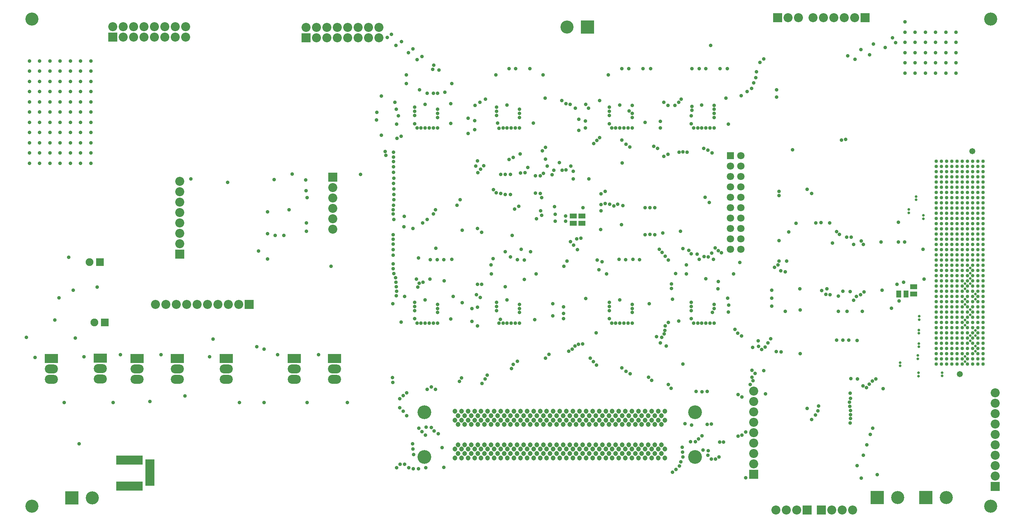
<source format=gbs>
G04 Layer_Color=16711935*
%FSLAX43Y43*%
%MOMM*%
G71*
G01*
G75*
%ADD67R,1.203X1.703*%
%ADD71R,1.703X1.203*%
%ADD80C,3.353*%
%ADD81C,1.203*%
%ADD82C,1.473*%
%ADD83C,2.203*%
%ADD84R,2.203X2.203*%
%ADD85R,2.203X2.203*%
%ADD86O,3.203X2.203*%
%ADD87R,3.203X2.203*%
%ADD88C,3.203*%
%ADD89R,3.203X3.203*%
%ADD90C,1.803*%
%ADD91R,1.803X1.803*%
%ADD92R,1.903X1.903*%
%ADD93C,1.903*%
%ADD94R,6.403X2.203*%
%ADD95R,2.203X6.403*%
%ADD96C,0.903*%
%ADD97C,0.653*%
%ADD98C,0.843*%
D67*
X224500Y54825D02*
D03*
X226300D02*
D03*
D71*
X228200Y56625D02*
D03*
Y54825D02*
D03*
X147225Y73900D02*
D03*
Y72100D02*
D03*
X145075Y73900D02*
D03*
Y72100D02*
D03*
D80*
X108825Y26025D02*
D03*
X174825Y15025D02*
D03*
Y26025D02*
D03*
X108825Y15025D02*
D03*
D81*
X117825Y14825D02*
D03*
X119425D02*
D03*
X121025D02*
D03*
X122625D02*
D03*
X124225D02*
D03*
X125825D02*
D03*
X127425D02*
D03*
X129025D02*
D03*
X130625D02*
D03*
X132225D02*
D03*
X133825D02*
D03*
X135425D02*
D03*
X137025D02*
D03*
X138625D02*
D03*
X140225D02*
D03*
X141825D02*
D03*
X143425D02*
D03*
X145025D02*
D03*
X146625D02*
D03*
X148225D02*
D03*
X149825D02*
D03*
X151425D02*
D03*
X153025D02*
D03*
X154625D02*
D03*
X156225D02*
D03*
X157825D02*
D03*
X159425D02*
D03*
X161025D02*
D03*
X162625D02*
D03*
X164225D02*
D03*
X165825D02*
D03*
X167425D02*
D03*
X116225D02*
D03*
X118625Y15875D02*
D03*
X120225D02*
D03*
X121825D02*
D03*
X123425D02*
D03*
X125025D02*
D03*
X126625D02*
D03*
X128225D02*
D03*
X129825D02*
D03*
X131425D02*
D03*
X133025D02*
D03*
X134625D02*
D03*
X136225D02*
D03*
X137825D02*
D03*
X139425D02*
D03*
X141025D02*
D03*
X142625D02*
D03*
X144225D02*
D03*
X145825D02*
D03*
X147425D02*
D03*
X149025D02*
D03*
X150625D02*
D03*
X152225D02*
D03*
X153825D02*
D03*
X155425D02*
D03*
X157025D02*
D03*
X158625D02*
D03*
X160225D02*
D03*
X161825D02*
D03*
X163425D02*
D03*
X165025D02*
D03*
X166625D02*
D03*
X116225Y16975D02*
D03*
X117025Y15875D02*
D03*
X167425Y16975D02*
D03*
X165825D02*
D03*
X164225D02*
D03*
X162625D02*
D03*
X161025D02*
D03*
X159425D02*
D03*
X157825D02*
D03*
X156225D02*
D03*
X154625D02*
D03*
X153025D02*
D03*
X151425D02*
D03*
X149825D02*
D03*
X148225D02*
D03*
X146625D02*
D03*
X145025D02*
D03*
X143425D02*
D03*
X141825D02*
D03*
X140225D02*
D03*
X138625D02*
D03*
X137025D02*
D03*
X135425D02*
D03*
X133825D02*
D03*
X132225D02*
D03*
X130625D02*
D03*
X129025D02*
D03*
X127425D02*
D03*
X125825D02*
D03*
X124225D02*
D03*
X122625D02*
D03*
X121025D02*
D03*
X119425D02*
D03*
X117825D02*
D03*
X117025Y18025D02*
D03*
X166625D02*
D03*
X165025D02*
D03*
X163425D02*
D03*
X161825D02*
D03*
X160225D02*
D03*
X158625D02*
D03*
X157025D02*
D03*
X155425D02*
D03*
X153825D02*
D03*
X152225D02*
D03*
X150625D02*
D03*
X149025D02*
D03*
X147425D02*
D03*
X145825D02*
D03*
X144225D02*
D03*
X142625D02*
D03*
X141025D02*
D03*
X139425D02*
D03*
X137825D02*
D03*
X136225D02*
D03*
X134625D02*
D03*
X133025D02*
D03*
X131425D02*
D03*
X129825D02*
D03*
X128225D02*
D03*
X126625D02*
D03*
X125025D02*
D03*
X123425D02*
D03*
X121825D02*
D03*
X120225D02*
D03*
X118625D02*
D03*
Y23025D02*
D03*
X120225D02*
D03*
X121825D02*
D03*
X123425D02*
D03*
X125025D02*
D03*
X126625D02*
D03*
X128225D02*
D03*
X129825D02*
D03*
X131425D02*
D03*
X133025D02*
D03*
X134625D02*
D03*
X136225D02*
D03*
X137825D02*
D03*
X139425D02*
D03*
X141025D02*
D03*
X142625D02*
D03*
X144225D02*
D03*
X145825D02*
D03*
X147425D02*
D03*
X149025D02*
D03*
X150625D02*
D03*
X152225D02*
D03*
X153825D02*
D03*
X155425D02*
D03*
X157025D02*
D03*
X158625D02*
D03*
X160225D02*
D03*
X161825D02*
D03*
X163425D02*
D03*
X165025D02*
D03*
X166625D02*
D03*
X117025D02*
D03*
X117825Y24075D02*
D03*
X119425D02*
D03*
X121025D02*
D03*
X122625D02*
D03*
X124225D02*
D03*
X125825D02*
D03*
X127425D02*
D03*
X129025D02*
D03*
X130625D02*
D03*
X132225D02*
D03*
X133825D02*
D03*
X135425D02*
D03*
X137025D02*
D03*
X138625D02*
D03*
X140225D02*
D03*
X141825D02*
D03*
X143425D02*
D03*
X145025D02*
D03*
X146625D02*
D03*
X148225D02*
D03*
X149825D02*
D03*
X151425D02*
D03*
X153025D02*
D03*
X154625D02*
D03*
X156225D02*
D03*
X157825D02*
D03*
X159425D02*
D03*
X161025D02*
D03*
X162625D02*
D03*
X164225D02*
D03*
X165825D02*
D03*
X167425D02*
D03*
X117025Y25175D02*
D03*
X116225Y24075D02*
D03*
X166625Y25175D02*
D03*
X165025D02*
D03*
X163425D02*
D03*
X161825D02*
D03*
X160225D02*
D03*
X158625D02*
D03*
X157025D02*
D03*
X155425D02*
D03*
X153825D02*
D03*
X152225D02*
D03*
X150625D02*
D03*
X149025D02*
D03*
X147425D02*
D03*
X145825D02*
D03*
X144225D02*
D03*
X142625D02*
D03*
X141025D02*
D03*
X139425D02*
D03*
X137825D02*
D03*
X136225D02*
D03*
X134625D02*
D03*
X133025D02*
D03*
X131425D02*
D03*
X129825D02*
D03*
X128225D02*
D03*
X126625D02*
D03*
X125025D02*
D03*
X123425D02*
D03*
X121825D02*
D03*
X120225D02*
D03*
X118625D02*
D03*
X116225Y26225D02*
D03*
X167425D02*
D03*
X165825D02*
D03*
X164225D02*
D03*
X162625D02*
D03*
X161025D02*
D03*
X159425D02*
D03*
X157825D02*
D03*
X156225D02*
D03*
X154625D02*
D03*
X153025D02*
D03*
X151425D02*
D03*
X149825D02*
D03*
X148225D02*
D03*
X146625D02*
D03*
X145025D02*
D03*
X143425D02*
D03*
X141825D02*
D03*
X140225D02*
D03*
X138625D02*
D03*
X137025D02*
D03*
X135425D02*
D03*
X133825D02*
D03*
X132225D02*
D03*
X130625D02*
D03*
X129025D02*
D03*
X127425D02*
D03*
X125825D02*
D03*
X124225D02*
D03*
X122625D02*
D03*
X121025D02*
D03*
X119425D02*
D03*
X117825D02*
D03*
D82*
X242475Y89696D02*
D03*
X239425Y35314D02*
D03*
D83*
X50521Y120150D02*
D03*
Y117610D02*
D03*
X47981Y120150D02*
D03*
Y117610D02*
D03*
X45441Y120150D02*
D03*
Y117610D02*
D03*
X32741Y120150D02*
D03*
X35281Y117610D02*
D03*
Y120150D02*
D03*
X37821Y117610D02*
D03*
Y120150D02*
D03*
X40361Y117610D02*
D03*
Y120150D02*
D03*
X42901Y117610D02*
D03*
Y120150D02*
D03*
X90111Y119975D02*
D03*
Y117435D02*
D03*
X87571Y119975D02*
D03*
Y117435D02*
D03*
X85031Y119975D02*
D03*
Y117435D02*
D03*
X82491Y119975D02*
D03*
Y117435D02*
D03*
X79951Y119975D02*
D03*
X92651Y117435D02*
D03*
Y119975D02*
D03*
X95191Y117435D02*
D03*
Y119975D02*
D03*
X97731Y117435D02*
D03*
Y119975D02*
D03*
X189175Y13370D02*
D03*
Y31150D02*
D03*
Y28610D02*
D03*
Y26070D02*
D03*
Y23530D02*
D03*
Y20990D02*
D03*
Y18450D02*
D03*
Y15910D02*
D03*
X208215Y2125D02*
D03*
X210755D02*
D03*
X213295D02*
D03*
X199645D02*
D03*
X197105D02*
D03*
X194565D02*
D03*
X248050Y30760D02*
D03*
Y10440D02*
D03*
Y28220D02*
D03*
Y25680D02*
D03*
Y23140D02*
D03*
Y20600D02*
D03*
Y18060D02*
D03*
Y15520D02*
D03*
Y12980D02*
D03*
X197475Y122350D02*
D03*
X200015D02*
D03*
X208715D02*
D03*
X211255D02*
D03*
X213795D02*
D03*
X206175D02*
D03*
X203635D02*
D03*
X86436Y75730D02*
D03*
Y78270D02*
D03*
Y80810D02*
D03*
Y73190D02*
D03*
Y70650D02*
D03*
X49118Y82382D02*
D03*
Y77302D02*
D03*
Y74762D02*
D03*
Y67142D02*
D03*
Y69682D02*
D03*
Y72222D02*
D03*
Y79842D02*
D03*
X43140Y52300D02*
D03*
X63460D02*
D03*
X45680D02*
D03*
X48220D02*
D03*
X50760D02*
D03*
X53300D02*
D03*
X55840D02*
D03*
X58380D02*
D03*
X60920D02*
D03*
D84*
X32741Y117610D02*
D03*
X79951Y117435D02*
D03*
X205675Y2125D02*
D03*
X202185D02*
D03*
X194935Y122350D02*
D03*
X216335D02*
D03*
X66000Y52300D02*
D03*
D85*
X189175Y10830D02*
D03*
X248050Y7900D02*
D03*
X86436Y83350D02*
D03*
X49118Y64602D02*
D03*
D86*
X86825Y33985D02*
D03*
Y36525D02*
D03*
X77000Y33985D02*
D03*
Y36525D02*
D03*
X29725Y34085D02*
D03*
Y36625D02*
D03*
X60400Y33985D02*
D03*
Y36525D02*
D03*
X38675Y33985D02*
D03*
Y36525D02*
D03*
X17765Y33985D02*
D03*
Y36525D02*
D03*
X48540Y33985D02*
D03*
Y36525D02*
D03*
D87*
X86825Y39065D02*
D03*
X77000D02*
D03*
X29725Y39165D02*
D03*
X60400Y39065D02*
D03*
X38675Y39065D02*
D03*
X17765D02*
D03*
X48540D02*
D03*
D88*
X13000Y122000D02*
D03*
X247000D02*
D03*
Y3000D02*
D03*
X13000D02*
D03*
X27750Y5050D02*
D03*
X224275Y5125D02*
D03*
X236150D02*
D03*
X143600Y120075D02*
D03*
D89*
X22750Y5050D02*
D03*
X219275Y5125D02*
D03*
X231150D02*
D03*
X148600Y120075D02*
D03*
D90*
X185975Y78510D02*
D03*
X183435D02*
D03*
X185975Y81050D02*
D03*
X183435D02*
D03*
X185975Y83590D02*
D03*
X183435D02*
D03*
X185975Y86130D02*
D03*
X183435D02*
D03*
X185975Y88670D02*
D03*
X183435Y75970D02*
D03*
X185975D02*
D03*
X183435Y73430D02*
D03*
X185975D02*
D03*
X183435Y70890D02*
D03*
X185975D02*
D03*
X183435Y68350D02*
D03*
X185975D02*
D03*
X183435Y65810D02*
D03*
X185975D02*
D03*
D91*
X183435Y88670D02*
D03*
D92*
X29645Y62625D02*
D03*
X30820Y47875D02*
D03*
D93*
X27105Y62625D02*
D03*
X28280Y47875D02*
D03*
D94*
X36800Y7975D02*
D03*
Y14275D02*
D03*
D95*
X41800Y11275D02*
D03*
D96*
X113500Y12500D02*
D03*
X113800Y104166D02*
D03*
X50371Y29975D02*
D03*
X57200Y43875D02*
D03*
X213550Y66925D02*
D03*
X134050Y85725D02*
D03*
X138775Y86075D02*
D03*
X138300Y87781D02*
D03*
X138250Y102650D02*
D03*
X138325Y90700D02*
D03*
X137550Y89850D02*
D03*
X135369Y96600D02*
D03*
X135850Y79500D02*
D03*
Y83725D02*
D03*
X132421Y65805D02*
D03*
X111100Y110750D02*
D03*
X170119Y59825D02*
D03*
X134689Y65150D02*
D03*
X136025Y59775D02*
D03*
X151375Y60775D02*
D03*
X18625Y48475D02*
D03*
X22000Y63825D02*
D03*
X192000Y30475D02*
D03*
X140529Y76150D02*
D03*
X147450Y75950D02*
D03*
X125525Y63462D02*
D03*
X107345Y63625D02*
D03*
X200450Y40325D02*
D03*
X202169Y26950D02*
D03*
X200450Y50962D02*
D03*
X163650Y52525D02*
D03*
X169050Y57300D02*
D03*
X112350Y109525D02*
D03*
X178675Y115525D02*
D03*
X111950Y63275D02*
D03*
X194692Y102925D02*
D03*
X198600Y90100D02*
D03*
X210075Y69400D02*
D03*
X209375Y70125D02*
D03*
X208350Y67300D02*
D03*
X176475Y95400D02*
D03*
X174475D02*
D03*
X175475D02*
D03*
X150075Y91600D02*
D03*
X150900Y92350D02*
D03*
X99425Y88725D02*
D03*
X99250Y89675D02*
D03*
X215225Y54700D02*
D03*
X101250Y87175D02*
D03*
X121700Y87325D02*
D03*
X121850Y84500D02*
D03*
X122525Y85300D02*
D03*
X157950Y91425D02*
D03*
X146475Y94825D02*
D03*
X156975Y92450D02*
D03*
X67891Y42025D02*
D03*
X216069Y55325D02*
D03*
X215925Y66925D02*
D03*
X215400Y67775D02*
D03*
X220750Y31750D02*
D03*
X218206Y22075D02*
D03*
X222750Y51375D02*
D03*
X209825Y54373D02*
D03*
X210925Y55500D02*
D03*
X220475Y55800D02*
D03*
X220200Y67562D02*
D03*
X214485Y34102D02*
D03*
X212800Y34175D02*
D03*
X212700Y30628D02*
D03*
X218100Y33575D02*
D03*
X216650Y31975D02*
D03*
X217300Y32825D02*
D03*
X218939Y34085D02*
D03*
X212500Y28450D02*
D03*
X212600Y27425D02*
D03*
X79936Y80100D02*
D03*
X212775Y25425D02*
D03*
X214350Y12980D02*
D03*
X212785Y29376D02*
D03*
X215775Y32425D02*
D03*
X212775Y26425D02*
D03*
Y24425D02*
D03*
X225700Y57750D02*
D03*
X93225Y84075D02*
D03*
X103100Y48025D02*
D03*
X101098Y52525D02*
D03*
X103850Y73800D02*
D03*
X105950Y70875D02*
D03*
X118025Y70400D02*
D03*
X115850Y54300D02*
D03*
X108325Y72225D02*
D03*
X122425Y54025D02*
D03*
X121525Y54725D02*
D03*
X122738Y57200D02*
D03*
X121775D02*
D03*
Y70825D02*
D03*
X122738Y69963D02*
D03*
X133350Y84450D02*
D03*
X132275Y84425D02*
D03*
X167475Y46000D02*
D03*
X167525Y47050D02*
D03*
X168275Y47875D02*
D03*
X175475Y47775D02*
D03*
X191600Y36125D02*
D03*
X204975Y27500D02*
D03*
X188900Y41825D02*
D03*
X190325Y42100D02*
D03*
X191100Y41275D02*
D03*
X191925Y41925D02*
D03*
X192600Y42925D02*
D03*
X193300Y43925D02*
D03*
X188750Y36225D02*
D03*
X189500Y35425D02*
D03*
X188700Y34575D02*
D03*
X189000Y33650D02*
D03*
X103775Y71250D02*
D03*
X103923Y54250D02*
D03*
X101912Y54412D02*
D03*
X102013Y55541D02*
D03*
X179050Y50325D02*
D03*
X142775Y51750D02*
D03*
Y50075D02*
D03*
X140100Y52525D02*
D03*
X150675Y45350D02*
D03*
X139200Y40100D02*
D03*
X140100Y49550D02*
D03*
X121775Y51650D02*
D03*
Y47025D02*
D03*
X120425Y51300D02*
D03*
Y48200D02*
D03*
X106425Y52825D02*
D03*
X132150Y89025D02*
D03*
X110950Y74450D02*
D03*
X179525Y97950D02*
D03*
X166400Y97050D02*
D03*
X166375Y95400D02*
D03*
X158750Y99575D02*
D03*
X146475Y97550D02*
D03*
X148075Y97100D02*
D03*
X148075Y95400D02*
D03*
X119450Y97800D02*
D03*
Y94075D02*
D03*
X121075Y97150D02*
D03*
Y95000D02*
D03*
X126975Y95325D02*
D03*
X126625Y96625D02*
D03*
X98325Y103200D02*
D03*
X97200Y99200D02*
D03*
X97136Y97325D02*
D03*
X98325Y93625D02*
D03*
X142750Y48825D02*
D03*
X203275Y24200D02*
D03*
X204175Y25325D02*
D03*
X204775Y26300D02*
D03*
X212700Y23400D02*
D03*
X224575Y53200D02*
D03*
X170875Y48275D02*
D03*
X159475Y47775D02*
D03*
X158475D02*
D03*
X135725Y48625D02*
D03*
X115250Y48725D02*
D03*
X157475Y47775D02*
D03*
X173925Y96450D02*
D03*
X178475Y95400D02*
D03*
X177475D02*
D03*
X179475D02*
D03*
X157475D02*
D03*
X106425Y96450D02*
D03*
X153925Y50825D02*
D03*
X127350Y48700D02*
D03*
X174475Y47775D02*
D03*
X159525Y50325D02*
D03*
Y51325D02*
D03*
X153925Y51825D02*
D03*
X159525Y52325D02*
D03*
X182975Y96325D02*
D03*
X162650Y96725D02*
D03*
X115200Y96500D02*
D03*
X173933Y98405D02*
D03*
X174083Y99705D02*
D03*
X174075Y100625D02*
D03*
X180450Y56125D02*
D03*
X118050Y52750D02*
D03*
X115250Y101375D02*
D03*
X179525Y100950D02*
D03*
X159525Y97950D02*
D03*
Y98950D02*
D03*
X132025Y97950D02*
D03*
Y99950D02*
D03*
X148850Y100225D02*
D03*
X148125Y101200D02*
D03*
X153925Y98450D02*
D03*
X122375Y101675D02*
D03*
X123725Y102475D02*
D03*
X159525Y100950D02*
D03*
X173925Y52825D02*
D03*
X173925Y51825D02*
D03*
Y50825D02*
D03*
Y48825D02*
D03*
X176475Y47775D02*
D03*
X177475D02*
D03*
X178475D02*
D03*
X179475D02*
D03*
X179525Y51325D02*
D03*
Y52325D02*
D03*
X153925Y52825D02*
D03*
X153925Y48825D02*
D03*
X154475Y47775D02*
D03*
X155475D02*
D03*
X156475D02*
D03*
X126425Y52825D02*
D03*
X126425Y51825D02*
D03*
Y50825D02*
D03*
X126975Y47775D02*
D03*
X127975D02*
D03*
X128975D02*
D03*
X129975D02*
D03*
X130975D02*
D03*
X131975D02*
D03*
X132025Y50325D02*
D03*
Y51325D02*
D03*
Y52325D02*
D03*
X106425Y51825D02*
D03*
Y50825D02*
D03*
Y48825D02*
D03*
X106975Y47775D02*
D03*
X107975D02*
D03*
X108975D02*
D03*
X109975D02*
D03*
X110975D02*
D03*
X111975D02*
D03*
X112025Y50325D02*
D03*
Y51325D02*
D03*
Y52325D02*
D03*
X179525Y98950D02*
D03*
Y99950D02*
D03*
X153925Y100450D02*
D03*
X153925Y99450D02*
D03*
Y96450D02*
D03*
X154475Y95400D02*
D03*
X155475D02*
D03*
X156475D02*
D03*
X158475D02*
D03*
X159475D02*
D03*
X126425Y100450D02*
D03*
X126425Y99450D02*
D03*
Y98450D02*
D03*
X127975Y95400D02*
D03*
X128975D02*
D03*
X129975D02*
D03*
X130975D02*
D03*
X131975D02*
D03*
X132025Y98950D02*
D03*
X108975Y101150D02*
D03*
X112025Y99950D02*
D03*
Y98950D02*
D03*
Y97950D02*
D03*
X111975Y95400D02*
D03*
X110975D02*
D03*
X109975D02*
D03*
X108975D02*
D03*
X107975D02*
D03*
X106975D02*
D03*
X106425Y98450D02*
D03*
Y99450D02*
D03*
X106425Y100450D02*
D03*
X157025Y86870D02*
D03*
X141725Y86950D02*
D03*
X157175Y76450D02*
D03*
X156850Y71825D02*
D03*
X139950Y83975D02*
D03*
X142375Y85100D02*
D03*
X143325Y85132D02*
D03*
Y101325D02*
D03*
X140406Y85075D02*
D03*
X142325Y102125D02*
D03*
X107625Y104725D02*
D03*
X195850Y40675D02*
D03*
X194625Y40775D02*
D03*
X230675Y58525D02*
D03*
X219275Y10725D02*
D03*
X217550Y20600D02*
D03*
X216725Y18060D02*
D03*
X215930Y15520D02*
D03*
X215400Y9875D02*
D03*
X207725Y54700D02*
D03*
X205700Y55725D02*
D03*
X207025Y56125D02*
D03*
X206775Y54787D02*
D03*
X129775Y63900D02*
D03*
X151900Y79300D02*
D03*
X152900Y79900D02*
D03*
Y76950D02*
D03*
X151900Y76700D02*
D03*
X147000Y68450D02*
D03*
X145975Y68300D02*
D03*
X128975Y53375D02*
D03*
X148175Y53750D02*
D03*
X151525Y102100D02*
D03*
X128975Y101000D02*
D03*
X121150Y100875D02*
D03*
X131800Y76275D02*
D03*
X130800Y75600D02*
D03*
X107150Y56575D02*
D03*
X107475Y57475D02*
D03*
X108475Y57775D02*
D03*
X146125Y65675D02*
D03*
X145225Y66775D02*
D03*
X144400Y67625D02*
D03*
X171886Y65950D02*
D03*
X182400Y102650D02*
D03*
X176475Y101000D02*
D03*
X111583Y66008D02*
D03*
X166950Y69725D02*
D03*
X128475Y84100D02*
D03*
X137800Y84350D02*
D03*
X144500Y86130D02*
D03*
X145150Y84860D02*
D03*
X144350Y101200D02*
D03*
X145625Y100225D02*
D03*
X167225Y88475D02*
D03*
X167229Y101650D02*
D03*
X168225Y88975D02*
D03*
Y100875D02*
D03*
X169950D02*
D03*
X170850Y101650D02*
D03*
X171425Y102475D02*
D03*
X177275Y78500D02*
D03*
X178300Y77240D02*
D03*
X177025Y64000D02*
D03*
X178075Y63950D02*
D03*
X169060Y56200D02*
D03*
X181275Y64900D02*
D03*
X185750Y62550D02*
D03*
X179700Y66100D02*
D03*
X180475Y65450D02*
D03*
X178925Y64850D02*
D03*
X76536Y84125D02*
D03*
X133175Y58450D02*
D03*
X224475Y67575D02*
D03*
X225950Y67525D02*
D03*
X108175Y112825D02*
D03*
X101175Y67050D02*
D03*
X101131Y68219D02*
D03*
X101125Y69325D02*
D03*
X104000Y13275D02*
D03*
X102848Y13273D02*
D03*
X102000Y12425D02*
D03*
X138350Y39225D02*
D03*
X131475Y38450D02*
D03*
X130475Y37675D02*
D03*
X130025Y36675D02*
D03*
X124150Y35025D02*
D03*
X123625Y34150D02*
D03*
X122850Y33000D02*
D03*
X188325Y32775D02*
D03*
X178975Y89325D02*
D03*
X177975Y89975D02*
D03*
X176975Y90425D02*
D03*
X190225Y43425D02*
D03*
X165650Y90450D02*
D03*
X164775Y90900D02*
D03*
X184200Y59788D02*
D03*
X158950Y90775D02*
D03*
X193553Y55825D02*
D03*
X179275Y63325D02*
D03*
X177475Y58575D02*
D03*
X133175Y63150D02*
D03*
X113575Y58100D02*
D03*
X187200Y10000D02*
D03*
X151575Y93050D02*
D03*
X101275Y89500D02*
D03*
X101250Y88300D02*
D03*
X101275Y85950D02*
D03*
X130475Y88225D02*
D03*
X101275Y84550D02*
D03*
X101300Y83175D02*
D03*
X101250Y81825D02*
D03*
X72975Y40000D02*
D03*
X83000Y40000D02*
D03*
X101300Y80500D02*
D03*
Y79150D02*
D03*
X23600Y44100D02*
D03*
X25712Y39500D02*
D03*
X32850Y28337D02*
D03*
X11640Y44250D02*
D03*
X13750Y39400D02*
D03*
X34650Y40015D02*
D03*
X41800Y28579D02*
D03*
X80150Y28325D02*
D03*
X63675D02*
D03*
X69706D02*
D03*
X20900Y28350D02*
D03*
X44515Y40015D02*
D03*
X117500Y77850D02*
D03*
X101300D02*
D03*
X116725Y76525D02*
D03*
X101275D02*
D03*
X214375Y43500D02*
D03*
X212350Y43625D02*
D03*
X210875D02*
D03*
X209375D02*
D03*
X215625Y50600D02*
D03*
X211875D02*
D03*
X209825D02*
D03*
X213500Y53325D02*
D03*
X70475Y63400D02*
D03*
X183050Y52175D02*
D03*
X182800Y53800D02*
D03*
X182913Y50462D02*
D03*
X111475Y75450D02*
D03*
X101125D02*
D03*
X101200Y74450D02*
D03*
X100975Y34475D02*
D03*
X101325Y73100D02*
D03*
X102125Y92875D02*
D03*
X103125Y93375D02*
D03*
X102050Y96350D02*
D03*
X117887Y34388D02*
D03*
X101075Y33250D02*
D03*
X117350Y33500D02*
D03*
X103650Y30025D02*
D03*
X104475Y30700D02*
D03*
X109475Y31575D02*
D03*
X110475Y32125D02*
D03*
X111475Y31550D02*
D03*
X195775Y60500D02*
D03*
X194250Y61350D02*
D03*
X195100Y62000D02*
D03*
X212884Y68775D02*
D03*
X211788Y68738D02*
D03*
X85975Y61625D02*
D03*
X199425Y72125D02*
D03*
X197650Y70000D02*
D03*
X196825Y50628D02*
D03*
X193553Y51887D02*
D03*
Y53850D02*
D03*
X196875Y60297D02*
D03*
X197157Y62903D02*
D03*
X195357D02*
D03*
Y67922D02*
D03*
X207675Y72247D02*
D03*
X205600Y72300D02*
D03*
X224425Y72375D02*
D03*
X140725Y74325D02*
D03*
X137400Y74100D02*
D03*
X140725Y72600D02*
D03*
X143275D02*
D03*
Y73900D02*
D03*
X79836Y82725D02*
D03*
X51825Y82975D02*
D03*
X102475Y98375D02*
D03*
X101929Y99950D02*
D03*
X101575Y101675D02*
D03*
X203300Y79402D02*
D03*
X202150Y80425D02*
D03*
X195275Y78925D02*
D03*
Y79950D02*
D03*
X137125Y75200D02*
D03*
X151775Y70625D02*
D03*
X151875Y75200D02*
D03*
X130175Y69125D02*
D03*
X136100Y73250D02*
D03*
X128475Y65187D02*
D03*
X24525Y18275D02*
D03*
X69706Y41373D02*
D03*
X56375Y39550D02*
D03*
X89950Y28325D02*
D03*
X128475Y56600D02*
D03*
X145125Y83000D02*
D03*
X148900D02*
D03*
X186075Y103300D02*
D03*
X106975Y112100D02*
D03*
X104900Y113775D02*
D03*
X106000Y114750D02*
D03*
X103225Y116475D02*
D03*
X101850Y115600D02*
D03*
X99750Y117525D02*
D03*
X100725Y118275D02*
D03*
X190625Y111450D02*
D03*
X191550Y112275D02*
D03*
X223775Y116200D02*
D03*
X212100Y113025D02*
D03*
X213825Y112150D02*
D03*
X215300Y114525D02*
D03*
X218350Y115875D02*
D03*
X187500Y104300D02*
D03*
X188650Y105100D02*
D03*
X189150Y106375D02*
D03*
X189625Y107650D02*
D03*
X189850Y109150D02*
D03*
X222975Y117400D02*
D03*
X221250Y115050D02*
D03*
X217400Y113300D02*
D03*
X68336Y65339D02*
D03*
X211550Y92625D02*
D03*
X210525Y92450D02*
D03*
X60750Y82100D02*
D03*
X72125Y82825D02*
D03*
X200375Y56100D02*
D03*
X111975Y103875D02*
D03*
X115450Y106250D02*
D03*
X110975Y103875D02*
D03*
X109475D02*
D03*
X110825Y109750D02*
D03*
X104375Y108400D02*
D03*
Y106250D02*
D03*
X126250Y108400D02*
D03*
X134550Y109875D02*
D03*
X131050Y109850D02*
D03*
X153675Y108375D02*
D03*
X158625Y109850D02*
D03*
X163950Y109850D02*
D03*
X174050Y109850D02*
D03*
X177475D02*
D03*
X182700Y109850D02*
D03*
X172750Y61925D02*
D03*
Y59800D02*
D03*
X161275Y63225D02*
D03*
X157900D02*
D03*
X153225Y59800D02*
D03*
X125050Y61925D02*
D03*
X125100Y59800D02*
D03*
X113500Y63225D02*
D03*
X110212Y63225D02*
D03*
X230425Y65750D02*
D03*
X224100Y57250D02*
D03*
X19625Y53925D02*
D03*
X23075Y55800D02*
D03*
X28950Y56525D02*
D03*
X72361Y69150D02*
D03*
X74511D02*
D03*
X79986Y70200D02*
D03*
Y72225D02*
D03*
X70486Y69575D02*
D03*
X75725Y75450D02*
D03*
X70486Y74950D02*
D03*
X80175Y78400D02*
D03*
X204325Y72250D02*
D03*
X175850Y109850D02*
D03*
X180900Y109850D02*
D03*
X162150D02*
D03*
X156925Y109850D02*
D03*
X137750Y108375D02*
D03*
X129475Y109850D02*
D03*
X115500Y63325D02*
D03*
X131500Y63275D02*
D03*
X159700Y63325D02*
D03*
X156325D02*
D03*
X175850D02*
D03*
X105000Y12400D02*
D03*
X106075Y12150D02*
D03*
X107350D02*
D03*
X101200Y65725D02*
D03*
X109125Y12475D02*
D03*
X101175Y64325D02*
D03*
X106200Y15650D02*
D03*
X123250Y86150D02*
D03*
X129475Y87675D02*
D03*
X121300Y86075D02*
D03*
X104475Y25150D02*
D03*
X106000Y16975D02*
D03*
X105925Y18250D02*
D03*
X109475Y73100D02*
D03*
X101175Y61000D02*
D03*
X101175Y62200D02*
D03*
X113100Y17350D02*
D03*
X103650Y26200D02*
D03*
X102775Y27125D02*
D03*
Y29250D02*
D03*
X101725Y58800D02*
D03*
X127375Y84100D02*
D03*
X127400Y79425D02*
D03*
X101850Y57750D02*
D03*
X101325Y59850D02*
D03*
X125625Y80300D02*
D03*
X126300Y79575D02*
D03*
X128500Y79175D02*
D03*
X101900Y56625D02*
D03*
X129812Y79113D02*
D03*
X129788Y84037D02*
D03*
X110450Y22300D02*
D03*
X111150Y21375D02*
D03*
X112175Y20750D02*
D03*
X109025Y20400D02*
D03*
X108200Y21225D02*
D03*
X107442Y22050D02*
D03*
X109225Y22350D02*
D03*
X106825Y58500D02*
D03*
X137100Y79450D02*
D03*
X137050Y83700D02*
D03*
X137375Y78400D02*
D03*
X172850Y89525D02*
D03*
X171886Y89575D02*
D03*
X170900Y89525D02*
D03*
X186150Y44575D02*
D03*
X185200Y45300D02*
D03*
X184525Y46250D02*
D03*
X180475Y57900D02*
D03*
X171325Y13875D02*
D03*
X175300Y64625D02*
D03*
X168325Y63125D02*
D03*
X171886Y15050D02*
D03*
X167550Y64075D02*
D03*
X173900Y64650D02*
D03*
X173975Y22850D02*
D03*
X173300Y65550D02*
D03*
X171725Y17454D02*
D03*
X171750Y16225D02*
D03*
X166825Y65025D02*
D03*
X166100Y65802D02*
D03*
X171275Y70175D02*
D03*
X173750Y18800D02*
D03*
X174875Y18825D02*
D03*
X170975Y12850D02*
D03*
X170175Y12000D02*
D03*
X169300Y11350D02*
D03*
X180638Y15025D02*
D03*
X165000Y75925D02*
D03*
Y69350D02*
D03*
X179800Y14525D02*
D03*
X163850Y69375D02*
D03*
Y75950D02*
D03*
X178825Y14550D02*
D03*
X162650Y69325D02*
D03*
Y75900D02*
D03*
X175100Y31025D02*
D03*
X176550Y30950D02*
D03*
X177825Y31050D02*
D03*
X150000Y38350D02*
D03*
X167300Y45100D02*
D03*
X166675Y44275D02*
D03*
X165400Y44400D02*
D03*
X166400Y42950D02*
D03*
X167800Y42175D02*
D03*
X177975Y15450D02*
D03*
X150750Y37500D02*
D03*
X149250Y39200D02*
D03*
X175700Y19502D02*
D03*
X176500Y20200D02*
D03*
X176775Y16725D02*
D03*
X147400Y42675D02*
D03*
X146400Y42550D02*
D03*
X145525Y42175D02*
D03*
X153975Y76775D02*
D03*
X155975D02*
D03*
X154975Y76325D02*
D03*
X172375Y23200D02*
D03*
X187175Y21125D02*
D03*
X186225Y20400D02*
D03*
Y29725D02*
D03*
X185309Y20176D02*
D03*
Y30291D02*
D03*
X181775Y18675D02*
D03*
X180825Y18700D02*
D03*
X178075Y16625D02*
D03*
X169025Y31850D02*
D03*
X168300Y32725D02*
D03*
X159000Y35350D02*
D03*
X157975Y36000D02*
D03*
X164225Y33800D02*
D03*
X163475Y34575D02*
D03*
X156975Y36800D02*
D03*
X171850Y37740D02*
D03*
X178775Y23075D02*
D03*
X177825Y23000D02*
D03*
X144825Y41375D02*
D03*
X143975Y40925D02*
D03*
X152150Y62700D02*
D03*
X150975Y63175D02*
D03*
X143600Y62925D02*
D03*
X142825Y61650D02*
D03*
X156475Y101000D02*
D03*
X108975Y53375D02*
D03*
X169300Y53615D02*
D03*
X156475Y53375D02*
D03*
X12400Y111775D02*
D03*
Y109275D02*
D03*
Y106775D02*
D03*
Y104275D02*
D03*
Y101775D02*
D03*
Y99275D02*
D03*
Y86775D02*
D03*
Y89275D02*
D03*
Y91775D02*
D03*
Y94275D02*
D03*
Y96775D02*
D03*
X14900Y111775D02*
D03*
X17400D02*
D03*
X19900D02*
D03*
X22400D02*
D03*
X24900D02*
D03*
X27400D02*
D03*
X14900Y109275D02*
D03*
X17400D02*
D03*
X19900D02*
D03*
X22400D02*
D03*
X24900D02*
D03*
X27400D02*
D03*
X14900Y106775D02*
D03*
X17400D02*
D03*
X19900D02*
D03*
X22400D02*
D03*
X24900D02*
D03*
X27400D02*
D03*
X14900Y104275D02*
D03*
X17400D02*
D03*
X19900D02*
D03*
X22400D02*
D03*
X24900D02*
D03*
X27400D02*
D03*
X14900Y101775D02*
D03*
X17400D02*
D03*
X19900D02*
D03*
X22400D02*
D03*
X24900D02*
D03*
X27400D02*
D03*
X14900Y99275D02*
D03*
X17400D02*
D03*
X19900D02*
D03*
X22400D02*
D03*
X24900D02*
D03*
X27400D02*
D03*
X14900Y96775D02*
D03*
X17400D02*
D03*
X19900D02*
D03*
X22400D02*
D03*
X24900D02*
D03*
X27400D02*
D03*
X14900Y94275D02*
D03*
X17400D02*
D03*
X19900D02*
D03*
X22400D02*
D03*
X24900D02*
D03*
X27400D02*
D03*
X14900Y91775D02*
D03*
X17400D02*
D03*
X19900D02*
D03*
X22400D02*
D03*
X24900D02*
D03*
X27400D02*
D03*
X14900Y89275D02*
D03*
X17400D02*
D03*
X19900D02*
D03*
X22400D02*
D03*
X24900D02*
D03*
X27400D02*
D03*
X14900Y86775D02*
D03*
X17400D02*
D03*
X19900D02*
D03*
X22400D02*
D03*
X24900D02*
D03*
X27400D02*
D03*
X226025Y121300D02*
D03*
Y116300D02*
D03*
Y113800D02*
D03*
Y111300D02*
D03*
Y108800D02*
D03*
Y118800D02*
D03*
X231025Y108800D02*
D03*
X233525D02*
D03*
X236025D02*
D03*
X238525D02*
D03*
X228525D02*
D03*
X231025Y111300D02*
D03*
X233525D02*
D03*
X236025D02*
D03*
X238525D02*
D03*
X228525D02*
D03*
X231025Y113800D02*
D03*
X233525D02*
D03*
X236025D02*
D03*
X238525D02*
D03*
X228525D02*
D03*
X231025Y116300D02*
D03*
X233525D02*
D03*
X236025D02*
D03*
X238525D02*
D03*
X228525D02*
D03*
X231025Y118800D02*
D03*
X233525D02*
D03*
X236025D02*
D03*
X238525D02*
D03*
X228525D02*
D03*
X194692Y104750D02*
D03*
X110158Y58475D02*
D03*
X212650Y55425D02*
D03*
X214225Y54300D02*
D03*
D97*
X243235Y44725D02*
D03*
X229200Y39850D02*
D03*
X243235Y45995D02*
D03*
X229200Y39050D02*
D03*
X226950Y74675D02*
D03*
X226950Y75475D02*
D03*
X230550Y74050D02*
D03*
X230550Y73250D02*
D03*
X241965Y58695D02*
D03*
Y57425D02*
D03*
X228725Y77850D02*
D03*
X228725Y78650D02*
D03*
X229475Y45275D02*
D03*
X229475Y46075D02*
D03*
X229500Y49400D02*
D03*
X229500Y48600D02*
D03*
X241965Y51075D02*
D03*
X243235Y53615D02*
D03*
Y54885D02*
D03*
X240695Y47265D02*
D03*
Y48535D02*
D03*
X224875Y37325D02*
D03*
X224875Y38125D02*
D03*
X240695Y53615D02*
D03*
Y52345D02*
D03*
X229375Y35625D02*
D03*
X229375Y34825D02*
D03*
X241965Y49805D02*
D03*
X243235Y40915D02*
D03*
Y42185D02*
D03*
X241965Y44725D02*
D03*
Y43455D02*
D03*
X229475Y42750D02*
D03*
X229475Y41950D02*
D03*
X240695Y57425D02*
D03*
Y56155D02*
D03*
X241965Y61235D02*
D03*
Y59965D02*
D03*
X235075Y34850D02*
D03*
X240695Y38375D02*
D03*
X235075Y35650D02*
D03*
X240695Y39645D02*
D03*
D98*
X245140Y87270D02*
D03*
X243870D02*
D03*
X242600D02*
D03*
X241330D02*
D03*
X240060D02*
D03*
X238790D02*
D03*
X237520D02*
D03*
X236250D02*
D03*
X234980D02*
D03*
X233710D02*
D03*
X245140Y86000D02*
D03*
X243870D02*
D03*
X242600D02*
D03*
X241330D02*
D03*
X240060D02*
D03*
X238790D02*
D03*
X237520D02*
D03*
X236250D02*
D03*
X234980D02*
D03*
X233710D02*
D03*
X245140Y84730D02*
D03*
X243870D02*
D03*
X242600D02*
D03*
X241330D02*
D03*
X240060D02*
D03*
X238790D02*
D03*
X237520D02*
D03*
X236250D02*
D03*
X234980D02*
D03*
X233710D02*
D03*
X245140Y83460D02*
D03*
X243870D02*
D03*
X242600D02*
D03*
X241330D02*
D03*
X240060D02*
D03*
X238790D02*
D03*
X237520D02*
D03*
X236250D02*
D03*
X234980D02*
D03*
X233710D02*
D03*
X245140Y82190D02*
D03*
X243870D02*
D03*
X242600D02*
D03*
X241330D02*
D03*
X240060D02*
D03*
X238790D02*
D03*
X237520D02*
D03*
X236250D02*
D03*
X234980D02*
D03*
X233710D02*
D03*
X245140Y80920D02*
D03*
X243870D02*
D03*
X242600D02*
D03*
X241330D02*
D03*
X240060D02*
D03*
X238790D02*
D03*
X237520D02*
D03*
X236250D02*
D03*
X234980D02*
D03*
X233710D02*
D03*
X245140Y79650D02*
D03*
X243870D02*
D03*
X242600D02*
D03*
X241330D02*
D03*
X240060D02*
D03*
X238790D02*
D03*
X237520D02*
D03*
X236250D02*
D03*
X234980D02*
D03*
X233710D02*
D03*
X245140Y78380D02*
D03*
X243870D02*
D03*
X242600D02*
D03*
X241330D02*
D03*
X240060D02*
D03*
X238790D02*
D03*
X237520D02*
D03*
X236250D02*
D03*
X234980D02*
D03*
X233710D02*
D03*
X245140Y77110D02*
D03*
X243870D02*
D03*
X242600D02*
D03*
X241330D02*
D03*
X240060D02*
D03*
X238790D02*
D03*
X237520D02*
D03*
X236250D02*
D03*
X234980D02*
D03*
X233710D02*
D03*
X245140Y75840D02*
D03*
X243870D02*
D03*
X242600D02*
D03*
X241330D02*
D03*
X240060D02*
D03*
X238790D02*
D03*
X237520D02*
D03*
X236250D02*
D03*
X234980D02*
D03*
X233710D02*
D03*
X245140Y74570D02*
D03*
X243870D02*
D03*
X242600D02*
D03*
X241330D02*
D03*
X240060D02*
D03*
X238790D02*
D03*
X237520D02*
D03*
X236250D02*
D03*
X234980D02*
D03*
X233710D02*
D03*
X245140Y73300D02*
D03*
X243870D02*
D03*
X242600D02*
D03*
X241330D02*
D03*
X240060D02*
D03*
X238790D02*
D03*
X237520D02*
D03*
X236250D02*
D03*
X234980D02*
D03*
X233710D02*
D03*
X245140Y72030D02*
D03*
X243870D02*
D03*
X242600D02*
D03*
X241330D02*
D03*
X240060D02*
D03*
X238790D02*
D03*
X237520D02*
D03*
X236250D02*
D03*
X234980D02*
D03*
X233710D02*
D03*
X245140Y70760D02*
D03*
X243870D02*
D03*
X242600D02*
D03*
X241330D02*
D03*
X240060D02*
D03*
X238790D02*
D03*
X237520D02*
D03*
X236250D02*
D03*
X234980D02*
D03*
X233710D02*
D03*
X245140Y69490D02*
D03*
X243870D02*
D03*
X242600D02*
D03*
X241330D02*
D03*
X240060D02*
D03*
X238790D02*
D03*
X237520D02*
D03*
X236250D02*
D03*
X234980D02*
D03*
X233710D02*
D03*
X245140Y68220D02*
D03*
X243870D02*
D03*
X242600D02*
D03*
X241330D02*
D03*
X240060D02*
D03*
X238790D02*
D03*
X237520D02*
D03*
X236250D02*
D03*
X234980D02*
D03*
X233710D02*
D03*
X245140Y66950D02*
D03*
X243870D02*
D03*
X242600D02*
D03*
X241330D02*
D03*
X240060D02*
D03*
X238790D02*
D03*
X237520D02*
D03*
X236250D02*
D03*
X234980D02*
D03*
X233710D02*
D03*
X245140Y65680D02*
D03*
X243870D02*
D03*
X242600D02*
D03*
X241330D02*
D03*
X240060D02*
D03*
X238790D02*
D03*
X237520D02*
D03*
X236250D02*
D03*
X234980D02*
D03*
X233710D02*
D03*
X245140Y64410D02*
D03*
X243870D02*
D03*
X242600D02*
D03*
X241330D02*
D03*
X240060D02*
D03*
X238790D02*
D03*
X237520D02*
D03*
X236250D02*
D03*
X234980D02*
D03*
X233710D02*
D03*
X245140Y63140D02*
D03*
X243870D02*
D03*
X242600D02*
D03*
X241330D02*
D03*
X240060D02*
D03*
X238790D02*
D03*
X237520D02*
D03*
X236250D02*
D03*
X234980D02*
D03*
X233710D02*
D03*
X245140Y61870D02*
D03*
X243870D02*
D03*
X242600D02*
D03*
X241330D02*
D03*
X240060D02*
D03*
X238790D02*
D03*
X237520D02*
D03*
X236250D02*
D03*
X234980D02*
D03*
X233710D02*
D03*
X245140Y60600D02*
D03*
X243870D02*
D03*
X242600D02*
D03*
X241330D02*
D03*
X240060D02*
D03*
X238790D02*
D03*
X237520D02*
D03*
X236250D02*
D03*
X234980D02*
D03*
X233710D02*
D03*
X245140Y59330D02*
D03*
X243870D02*
D03*
X242600D02*
D03*
X241330D02*
D03*
X240060D02*
D03*
X238790D02*
D03*
X237520D02*
D03*
X236250D02*
D03*
X234980D02*
D03*
X233710D02*
D03*
X245140Y58060D02*
D03*
X243870D02*
D03*
X242600D02*
D03*
X241330D02*
D03*
X240060D02*
D03*
X238790D02*
D03*
X237520D02*
D03*
X236250D02*
D03*
X234980D02*
D03*
X233710D02*
D03*
X245140Y56790D02*
D03*
X243870D02*
D03*
X242600D02*
D03*
X241330D02*
D03*
X240060D02*
D03*
X238790D02*
D03*
X237520D02*
D03*
X236250D02*
D03*
X234980D02*
D03*
X233710D02*
D03*
X245140Y55520D02*
D03*
X243870D02*
D03*
X242600D02*
D03*
X241330D02*
D03*
X240060D02*
D03*
X238790D02*
D03*
X237520D02*
D03*
X236250D02*
D03*
X234980D02*
D03*
X233710D02*
D03*
X245140Y54250D02*
D03*
X243870D02*
D03*
X242600D02*
D03*
X241330D02*
D03*
X240060D02*
D03*
X238790D02*
D03*
X237520D02*
D03*
X236250D02*
D03*
X234980D02*
D03*
X233710D02*
D03*
X245140Y52980D02*
D03*
X243870D02*
D03*
X242600D02*
D03*
X241330D02*
D03*
X240060D02*
D03*
X238790D02*
D03*
X237520D02*
D03*
X236250D02*
D03*
X234980D02*
D03*
X233710D02*
D03*
X245140Y51710D02*
D03*
X243870D02*
D03*
X242600D02*
D03*
X241330D02*
D03*
X240060D02*
D03*
X238790D02*
D03*
X237520D02*
D03*
X236250D02*
D03*
X234980D02*
D03*
X233710D02*
D03*
X245140Y50440D02*
D03*
X243870D02*
D03*
X242600D02*
D03*
X241330D02*
D03*
X240060D02*
D03*
X238790D02*
D03*
X237520D02*
D03*
X236250D02*
D03*
X234980D02*
D03*
X233710D02*
D03*
X245140Y49170D02*
D03*
X243870D02*
D03*
X242600D02*
D03*
X241330D02*
D03*
X240060D02*
D03*
X238790D02*
D03*
X237520D02*
D03*
X236250D02*
D03*
X234980D02*
D03*
X233710D02*
D03*
X245140Y47900D02*
D03*
X243870D02*
D03*
X242600D02*
D03*
X241330D02*
D03*
X240060D02*
D03*
X238790D02*
D03*
X237520D02*
D03*
X236250D02*
D03*
X234980D02*
D03*
X233710D02*
D03*
X245140Y46630D02*
D03*
X243870D02*
D03*
X242600D02*
D03*
X241330D02*
D03*
X240060D02*
D03*
X238790D02*
D03*
X237520D02*
D03*
X236250D02*
D03*
X234980D02*
D03*
X233710D02*
D03*
X245140Y45360D02*
D03*
X243870D02*
D03*
X242600D02*
D03*
X241330D02*
D03*
X240060D02*
D03*
X238790D02*
D03*
X237520D02*
D03*
X236250D02*
D03*
X234980D02*
D03*
X233710D02*
D03*
X245140Y44090D02*
D03*
X243870D02*
D03*
X242600D02*
D03*
X241330D02*
D03*
X240060D02*
D03*
X238790D02*
D03*
X237520D02*
D03*
X236250D02*
D03*
X234980D02*
D03*
X233710D02*
D03*
X245140Y42820D02*
D03*
X243870D02*
D03*
X242600D02*
D03*
X241330D02*
D03*
X240060D02*
D03*
X238790D02*
D03*
X237520D02*
D03*
X236250D02*
D03*
X234980D02*
D03*
X233710D02*
D03*
X245140Y41550D02*
D03*
X243870D02*
D03*
X242600D02*
D03*
X241330D02*
D03*
X240060D02*
D03*
X238790D02*
D03*
X237520D02*
D03*
X236250D02*
D03*
X234980D02*
D03*
X233710D02*
D03*
X245140Y40280D02*
D03*
X243870D02*
D03*
X242600D02*
D03*
X241330D02*
D03*
X240060D02*
D03*
X238790D02*
D03*
X237520D02*
D03*
X236250D02*
D03*
X234980D02*
D03*
X233710D02*
D03*
X245140Y39010D02*
D03*
X243870D02*
D03*
X242600D02*
D03*
X241330D02*
D03*
X240060D02*
D03*
X238790D02*
D03*
X237520D02*
D03*
X236250D02*
D03*
X234980D02*
D03*
X233710D02*
D03*
X245140Y37740D02*
D03*
X243870D02*
D03*
X242600D02*
D03*
X241330D02*
D03*
X240060D02*
D03*
X238790D02*
D03*
X237520D02*
D03*
X236250D02*
D03*
X234980D02*
D03*
X233710D02*
D03*
M02*

</source>
